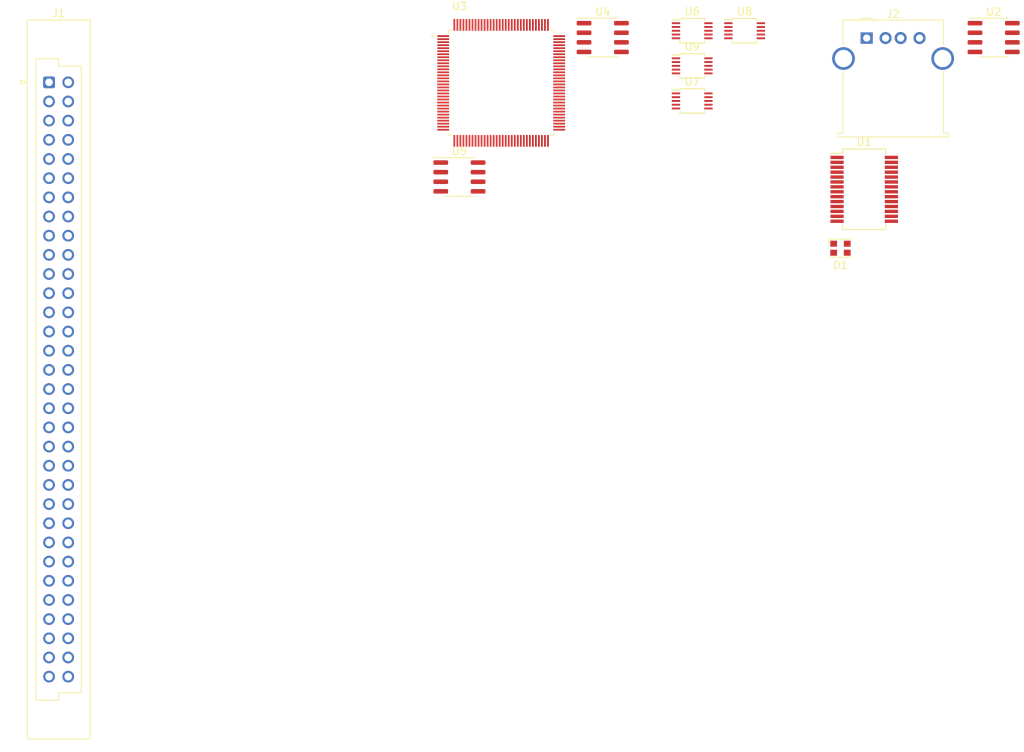
<source format=kicad_pcb>
(kicad_pcb (version 20211014) (generator pcbnew)
  (layers (0 "F.Cu" signal) (31 "B.Cu" signal) (34 "B.Paste" user) (35 "F.Paste" user) (36 "B.SilkS" user "B.Silkscreen") (37 "F.SilkS" user "F.Silkscreen") (38 "B.Mask" user) (39 "F.Mask" user) (44 "Edge.Cuts" user))
  (net 0 "")
  (net 1 "Net-(D1-Pad1)")
  (net 2 "Net-(D1-Pad2)")
  (net 3 "Net-(D1-Pad3)")
  (net 4 "Net-(D1-Pad4)")
  (net 69 "Net-(C1-Pad1)")
  (net 70 "Net-(J2-Pad2)")
  (net 71 "Net-(J2-Pad3)")
  (net 72 "GND1")
  (net 74 "Net-(U1-Pad1)")
  (net 77 "VBUS")
  (net 78 "Net-(U1-Pad5)")
  (net 86 "Net-(C4-Pad1)")
  (net 91 "+3V3")
  (net 92 "/USB/USB_TX")
  (net 93 "/USB/USB_RX")
  (net 94 "GND")
  (net 95 "/MCU/AO_1")
  (net 96 "/MCU/AO_2")
  (net 97 "/MCU/AO_3")
  (net 98 "/MCU/AI2_3")
  (net 99 "/MCU/DI_4")
  (net 100 "/MCU/DI_5")
  (net 101 "/MCU/AI1_4")
  (net 102 "/MCU/AI1_3")
  (net 103 "/MCU/AI2_1")
  (net 104 "Net-(U3-Pad43)")
  (net 105 "/MCU/DO_11")
  (net 106 "/MCU/DO_12")
  (net 107 "/MCU/DO_13")
  (net 108 "/MCU/DO_14")
  (net 109 "/MCU/DO_15")
  (net 111 "/MCU/AI5_3")
  (net 113 "/MCU/AI5_6")
  (net 114 "/MCU/AI5_7")
  (net 115 "/MCU/SPI4_SCK")
  (net 117 "/MCU/AI4_1")
  (net 118 "/MCU/AI4_2")
  (net 120 "/MCU/DO_6")
  (net 121 "/MCU/JTCK")
  (net 122 "/MCU/JTDI")
  (net 123 "/MCU/DI_10")
  (net 124 "/MCU/DI_11")
  (net 125 "/MCU/DI_12")
  (net 128 "/MCU/I2C3_SCL")
  (net 129 "/MCU/I2C3_SDA")
  (net 131 "/MCU/CAN1_RX")
  (net 132 "/MCU/CAN1_TX")
  (net 134 "/MCU/TIM2_1")
  (net 135 "/MCU/TIM2_2")
  (net 137 "/MCU/TIM2_4")
  (net 138 "/MCU/TIM2_3")
  (net 139 "/MCU/JTDO")
  (net 140 "/MCU/JTRST")
  (net 143 "/MCU/I2C1_SDA")
  (net 144 "/MCU/I2C1_SCL")
  (net 146 "/MCU/USART1_TX")
  (net 147 "/MCU/USART1_RX")
  (net 151 "/MCU/SPI4_CIPO")
  (net 152 "/MCU/SPI4_COPI")
  (net 154 "/MCU/DI_13")
  (net 155 "/MCU/DI_14")
  (net 156 "/MCU/DI_15")
  (net 157 "/MCU/DO_3")
  (net 158 "/MCU/DO_4")
  (net 159 "/MCU/DO_5")
  (net 160 "/MCU/DO_7")
  (net 161 "/MCU/DO_8")
  (net 162 "/MCU/DO_9")
  (net 163 "/MCU/DO_10")
  (net 164 "/MCU/DO_0")
  (net 165 "/MCU/DO_1")
  (net 167 "/MCU/DI_0")
  (net 168 "/MCU/DI_1")
  (net 169 "/MCU/DI_2")
  (net 170 "/MCU/DI_3")
  (net 171 "/MCU/DO_2")
  (net 172 "/MCU/AI1_1")
  (net 173 "/MCU/AI2_4")
  (net 174 "/MCU/USART2_TX")
  (net 175 "/MCU/USART2_RX")
  (net 176 "/MCU/AI5_8")
  (net 177 "/MCU/AI1_2")
  (net 178 "/MCU/SPI2_SCK")
  (net 180 "/MCU/AI2_2")
  (net 181 "/MCU/AI4_5")
  (net 182 "/MCU/AI4_6")
  (net 183 "/MCU/AI5_4")
  (net 184 "/MCU/AI5_5")
  (net 185 "/MCU/AI5_9")
  (net 186 "/MCU/AI4_3")
  (net 187 "/MCU/AI4_4")
  (net 189 "/MCU/DI_6")
  (net 190 "/MCU/DI_7")
  (net 193 "/MCU/SPI1_SCK")
  (net 194 "/MCU/SPI1_CIPO")
  (net 195 "/MCU/SPI1_COPI")
  (net 196 "/MCU/DI_8")
  (net 197 "/MCU/DI_9")
  (net 198 "/MCU/AI5_1")
  (net 199 "/MCU/AI5_2")
  (net 200 "/MCU/SPI2_CIPO")
  (net 201 "/MCU/SPI2_COPI")
  (net 203 "/MCU/JTMS")
  (footprint "Package_SO:SOIC-8_3.9x4.9mm_P1.27mm" (layer "F.Cu") (at 223.5 58.45)
    (fp_text reference "U2" (at 0 -3.4) (layer "F.SilkS"))
    (fp_text value "ADuM121N")
    (fp_line (start 0 2.56) (end 1.95 2.56) (layer "F.SilkS") (width 0.12))
    (fp_line (start 0 -2.56) (end -3.45 -2.56) (layer "F.SilkS") (width 0.12))
    (fp_line (start 0 2.56) (end -1.95 2.56) (layer "F.SilkS") (width 0.12))
    (fp_line (start 0 -2.56) (end 1.95 -2.56) (layer "F.SilkS") (width 0.12))
    (pad "1" smd roundrect (at -2.475 -1.905) (size 1.95 0.6) (layers "F.Cu" "F.Paste" "F.Mask") (net 91 "+3V3"))
    (pad "2" smd roundrect (at -2.475 -0.635) (size 1.95 0.6) (layers "F.Cu" "F.Paste" "F.Mask") (net 92 "/USB/USB_TX"))
    (pad "3" smd roundrect (at -2.475 0.635) (size 1.95 0.6) (layers "F.Cu" "F.Paste" "F.Mask") (net 93 "/USB/USB_RX"))
    (pad "4" smd roundrect (at -2.475 1.905) (size 1.95 0.6) (layers "F.Cu" "F.Paste" "F.Mask") (net 94 "GND"))
    (pad "5" smd roundrect (at 2.475 1.905) (size 1.95 0.6) (layers "F.Cu" "F.Paste" "F.Mask") (net 72 "GND1"))
    (pad "6" smd roundrect (at 2.475 0.635) (size 1.95 0.6) (layers "F.Cu" "F.Paste" "F.Mask") (net 78 "Net-(U1-Pad5)"))
    (pad "7" smd roundrect (at 2.475 -0.635) (size 1.95 0.6) (layers "F.Cu" "F.Paste" "F.Mask") (net 74 "Net-(U1-Pad1)"))
    (pad "8" smd roundrect (at 2.475 -1.905) (size 1.95 0.6) (layers "F.Cu" "F.Paste" "F.Mask") (net 77 "VBUS"))
  )
  (footprint "LED_SMD:LED_ASMB-KTF0-0A306" (layer "F.Cu") (at 203.2 86.36)
    (fp_text reference "D1" (at 0 2.25) (layer "F.SilkS"))
    (fp_text value "LED_Dual_AKKA")
    (fp_line (start -1.45 1.2) (end 1.45 1.2) (layer "F.SilkS") (width 0.12))
    (fp_line (start -1.55 -1.2) (end -1.55 -0.54) (layer "F.SilkS") (width 0.12))
    (fp_line (start -1.55 -1.2) (end 1.43 -1.2) (layer "F.SilkS") (width 0.12))
    (pad "1" smd rect (at -0.9 -0.6) (size 0.9 0.8) (layers "F.Cu" "F.Paste" "F.Mask") (net 1 "Net-(D1-Pad1)"))
    (pad "2" smd rect (at -0.9 0.6) (size 0.9 0.8) (layers "F.Cu" "F.Paste" "F.Mask") (net 2 "Net-(D1-Pad2)"))
    (pad "3" smd rect (at 0.9 0.6) (size 0.9 0.8) (layers "F.Cu" "F.Paste" "F.Mask") (net 3 "Net-(D1-Pad3)"))
    (pad "4" smd rect (at 0.9 -0.6) (size 0.9 0.8) (layers "F.Cu" "F.Paste" "F.Mask") (net 4 "Net-(D1-Pad4)"))
  )
  (footprint "Package_SO:SSOP-28_5.3x10.2mm_P0.65mm" (layer "F.Cu") (at 206.35 78.56)
    (fp_text reference "U1" (at 0 -6.25) (layer "F.SilkS"))
    (fp_text value "FT232RL")
    (fp_line (start -2.875 -4.75) (end -4.475 -4.75) (layer "F.SilkS") (width 0.15))
    (fp_line (start -2.875 5.325) (end 2.875 5.325) (layer "F.SilkS") (width 0.15))
    (fp_line (start 2.875 5.325) (end 2.875 4.675) (layer "F.SilkS") (width 0.15))
    (fp_line (start 2.875 -5.325) (end 2.875 -4.675) (layer "F.SilkS") (width 0.15))
    (fp_line (start -2.875 -5.325) (end 2.875 -5.325) (layer "F.SilkS") (width 0.15))
    (fp_line (start -2.875 -5.325) (end -2.875 -4.75) (layer "F.SilkS") (width 0.15))
    (fp_line (start -2.875 5.325) (end -2.875 4.675) (layer "F.SilkS") (width 0.15))
    (pad "1" smd rect (at -3.6 -4.225) (size 1.75 0.45) (layers "F.Cu" "F.Paste" "F.Mask") (net 74 "Net-(U1-Pad1)"))
    (pad "2" smd rect (at -3.6 -3.575) (size 1.75 0.45) (layers "F.Cu" "F.Paste" "F.Mask"))
    (pad "3" smd rect (at -3.6 -2.925) (size 1.75 0.45) (layers "F.Cu" "F.Paste" "F.Mask"))
    (pad "4" smd rect (at -3.6 -2.275) (size 1.75 0.45) (layers "F.Cu" "F.Paste" "F.Mask") (net 77 "VBUS"))
    (pad "5" smd rect (at -3.6 -1.625) (size 1.75 0.45) (layers "F.Cu" "F.Paste" "F.Mask") (net 78 "Net-(U1-Pad5)"))
    (pad "6" smd rect (at -3.6 -0.975) (size 1.75 0.45) (layers "F.Cu" "F.Paste" "F.Mask"))
    (pad "7" smd rect (at -3.6 -0.325) (size 1.75 0.45) (layers "F.Cu" "F.Paste" "F.Mask") (net 72 "GND1"))
    (pad "8" smd rect (at -3.6 0.325) (size 1.75 0.45) (layers "F.Cu" "F.Paste" "F.Mask"))
    (pad "9" smd rect (at -3.6 0.975) (size 1.75 0.45) (layers "F.Cu" "F.Paste" "F.Mask"))
    (pad "10" smd rect (at -3.6 1.625) (size 1.75 0.45) (layers "F.Cu" "F.Paste" "F.Mask"))
    (pad "11" smd rect (at -3.6 2.275) (size 1.75 0.45) (layers "F.Cu" "F.Paste" "F.Mask"))
    (pad "12" smd rect (at -3.6 2.925) (size 1.75 0.45) (layers "F.Cu" "F.Paste" "F.Mask"))
    (pad "13" smd rect (at -3.6 3.575) (size 1.75 0.45) (layers "F.Cu" "F.Paste" "F.Mask"))
    (pad "14" smd rect (at -3.6 4.225) (size 1.75 0.45) (layers "F.Cu" "F.Paste" "F.Mask"))
    (pad "15" smd rect (at 3.6 4.225) (size 1.75 0.45) (layers "F.Cu" "F.Paste" "F.Mask") (net 71 "Net-(J2-Pad3)"))
    (pad "16" smd rect (at 3.6 3.575) (size 1.75 0.45) (layers "F.Cu" "F.Paste" "F.Mask") (net 70 "Net-(J2-Pad2)"))
    (pad "17" smd rect (at 3.6 2.925) (size 1.75 0.45) (layers "F.Cu" "F.Paste" "F.Mask") (net 86 "Net-(C4-Pad1)"))
    (pad "18" smd rect (at 3.6 2.275) (size 1.75 0.45) (layers "F.Cu" "F.Paste" "F.Mask") (net 72 "GND1"))
    (pad "19" smd rect (at 3.6 1.625) (size 1.75 0.45) (layers "F.Cu" "F.Paste" "F.Mask"))
    (pad "20" smd rect (at 3.6 0.975) (size 1.75 0.45) (layers "F.Cu" "F.Paste" "F.Mask") (net 77 "VBUS"))
    (pad "21" smd rect (at 3.6 0.325) (size 1.75 0.45) (layers "F.Cu" "F.Paste" "F.Mask") (net 72 "GND1"))
    (pad "22" smd rect (at 3.6 -0.325) (size 1.75 0.45) (layers "F.Cu" "F.Paste" "F.Mask") (net 2 "Net-(D1-Pad2)"))
    (pad "23" smd rect (at 3.6 -0.975) (size 1.75 0.45) (layers "F.Cu" "F.Paste" "F.Mask") (net 3 "Net-(D1-Pad3)"))
    (pad "24" smd rect (at 3.6 -1.625) (size 1.75 0.45) (layers "F.Cu" "F.Paste" "F.Mask"))
    (pad "25" smd rect (at 3.6 -2.275) (size 1.75 0.45) (layers "F.Cu" "F.Paste" "F.Mask") (net 72 "GND1"))
    (pad "26" smd rect (at 3.6 -2.925) (size 1.75 0.45) (layers "F.Cu" "F.Paste" "F.Mask"))
    (pad "27" smd rect (at 3.6 -3.575) (size 1.75 0.45) (layers "F.Cu" "F.Paste" "F.Mask"))
    (pad "28" smd rect (at 3.6 -4.225) (size 1.75 0.45) (layers "F.Cu" "F.Paste" "F.Mask"))
  )
  (footprint "Package_SO:TSSOP-10_3x3mm_P0.5mm" (layer "F.Cu") (at 183.56 66.85)
    (fp_text reference "U7" (at 0 -2.55) (layer "F.SilkS"))
    (fp_text value "PGA113")
    (fp_line (start 1.625 1.625) (end 1.625 1.35) (layer "F.SilkS") (width 0.15))
    (fp_line (start -1.625 -1.45) (end -2.7 -1.45) (layer "F.SilkS") (width 0.15))
    (fp_line (start -1.625 1.625) (end -1.625 1.35) (layer "F.SilkS") (width 0.15))
    (fp_line (start -1.625 -1.625) (end 1.625 -1.625) (layer "F.SilkS") (width 0.15))
    (fp_line (start -1.625 -1.625) (end -1.625 -1.45) (layer "F.SilkS") (width 0.15))
    (fp_line (start 1.625 -1.625) (end 1.625 -1.35) (layer "F.SilkS") (width 0.15))
    (fp_line (start -1.625 1.625) (end 1.625 1.625) (layer "F.SilkS") (width 0.15))
    (pad "1" smd rect (at -2.15 -1) (size 1.1 0.25) (layers "F.Cu" "F.Paste" "F.Mask"))
    (pad "2" smd rect (at -2.15 -0.5) (size 1.1 0.25) (layers "F.Cu" "F.Paste" "F.Mask"))
    (pad "3" smd rect (at -2.15 0) (size 1.1 0.25) (layers "F.Cu" "F.Paste" "F.Mask"))
    (pad "4" smd rect (at -2.15 0.5) (size 1.1 0.25) (layers "F.Cu" "F.Paste" "F.Mask"))
    (pad "5" smd rect (at -2.15 1) (size 1.1 0.25) (layers "F.Cu" "F.Paste" "F.Mask"))
    (pad "6" smd rect (at 2.15 1) (size 1.1 0.25) (layers "F.Cu" "F.Paste" "F.Mask"))
    (pad "7" smd rect (at 2.15 0.5) (size 1.1 0.25) (layers "F.Cu" "F.Paste" "F.Mask"))
    (pad "8" smd rect (at 2.15 0) (size 1.1 0.25) (layers "F.Cu" "F.Paste" "F.Mask"))
    (pad "9" smd rect (at 2.15 -0.5) (size 1.1 0.25) (layers "F.Cu" "F.Paste" "F.Mask"))
    (pad "10" smd rect (at 2.15 -1) (size 1.1 0.25) (layers "F.Cu" "F.Paste" "F.Mask"))
  )
  (footprint "Package_SO:TSSOP-10_3x3mm_P0.5mm" (layer "F.Cu") (at 183.56 57.55)
    (fp_text reference "U6" (at 0 -2.55) (layer "F.SilkS"))
    (fp_text value "PGA113")
    (fp_line (start -1.625 -1.45) (end -2.7 -1.45) (layer "F.SilkS") (width 0.15))
    (fp_line (start -1.625 1.625) (end 1.625 1.625) (layer "F.SilkS") (width 0.15))
    (fp_line (start -1.625 1.625) (end -1.625 1.35) (layer "F.SilkS") (width 0.15))
    (fp_line (start -1.625 -1.625) (end 1.625 -1.625) (layer "F.SilkS") (width 0.15))
    (fp_line (start 1.625 1.625) (end 1.625 1.35) (layer "F.SilkS") (width 0.15))
    (fp_line (start -1.625 -1.625) (end -1.625 -1.45) (layer "F.SilkS") (width 0.15))
    (fp_line (start 1.625 -1.625) (end 1.625 -1.35) (layer "F.SilkS") (width 0.15))
    (pad "1" smd rect (at -2.15 -1) (size 1.1 0.25) (layers "F.Cu" "F.Paste" "F.Mask"))
    (pad "2" smd rect (at -2.15 -0.5) (size 1.1 0.25) (layers "F.Cu" "F.Paste" "F.Mask"))
    (pad "3" smd rect (at -2.15 0) (size 1.1 0.25) (layers "F.Cu" "F.Paste" "F.Mask"))
    (pad "4" smd rect (at -2.15 0.5) (size 1.1 0.25) (layers "F.Cu" "F.Paste" "F.Mask"))
    (pad "5" smd rect (at -2.15 1) (size 1.1 0.25) (layers "F.Cu" "F.Paste" "F.Mask"))
    (pad "6" smd rect (at 2.15 1) (size 1.1 0.25) (layers "F.Cu" "F.Paste" "F.Mask"))
    (pad "7" smd rect (at 2.15 0.5) (size 1.1 0.25) (layers "F.Cu" "F.Paste" "F.Mask"))
    (pad "8" smd rect (at 2.15 0) (size 1.1 0.25) (layers "F.Cu" "F.Paste" "F.Mask"))
    (pad "9" smd rect (at 2.15 -0.5) (size 1.1 0.25) (layers "F.Cu" "F.Paste" "F.Mask"))
    (pad "10" smd rect (at 2.15 -1) (size 1.1 0.25) (layers "F.Cu" "F.Paste" "F.Mask"))
  )
  (footprint "SnapEDA Library:QFP40P1600X1600X160-128N" (layer "F.Cu") (at 158.254 64.46)
    (fp_text reference "U3" (at -5.535 -10.135) (layer "F.SilkS"))
    (fp_text value "STM32G473QET6")
    (fp_line (start 7 7) (end 7 6.64) (layer "F.SilkS") (width 0.127))
    (fp_line (start -7 -7) (end -6.64 -7) (layer "F.SilkS") (width 0.127))
    (fp_line (start -7 7) (end -6.64 7) (layer "F.SilkS") (width 0.127))
    (fp_line (start 7 -7) (end 7 -6.64) (layer "F.SilkS") (width 0.127))
    (fp_line (start -7 -7) (end -7 -6.64) (layer "F.SilkS") (width 0.127))
    (fp_line (start 7 7) (end 6.64 7) (layer "F.SilkS") (width 0.127))
    (fp_line (start 7 -7) (end 6.64 -7) (layer "F.SilkS") (width 0.127))
    (fp_line (start -7 7) (end -7 6.64) (layer "F.SilkS") (width 0.127))
    (fp_circle (center -9.059 -6.2) (end -8.959 -6.2) (layer "F.SilkS") (width 0.2) (fill none))
    (pad "1" smd roundrect locked (at -7.68 -6.2) (size 1.56 0.24) (layers "F.Cu" "F.Paste" "F.Mask") (roundrect_rratio 0.03))
    (pad "2" smd roundrect locked (at -7.68 -5.8) (size 1.56 0.24) (layers "F.Cu" "F.Paste" "F.Mask") (roundrect_rratio 0.03))
    (pad "3" smd roundrect locked (at -7.68 -5.4) (size 1.56 0.24) (layers "F.Cu" "F.Paste" "F.Mask") (roundrect_rratio 0.03))
    (pad "4" smd roundrect locked (at -7.68 -5) (size 1.56 0.24) (layers "F.Cu" "F.Paste" "F.Mask") (roundrect_rratio 0.03) (net 151 "/MCU/SPI4_CIPO"))
    (pad "5" smd roundrect locked (at -7.68 -4.6) (size 1.56 0.24) (layers "F.Cu" "F.Paste" "F.Mask") (roundrect_rratio 0.03) (net 152 "/MCU/SPI4_COPI"))
    (pad "6" smd roundrect locked (at -7.68 -4.2) (size 1.56 0.24) (layers "F.Cu" "F.Paste" "F.Mask") (roundrect_rratio 0.03))
    (pad "7" smd roundrect locked (at -7.68 -3.8) (size 1.56 0.24) (layers "F.Cu" "F.Paste" "F.Mask") (roundrect_rratio 0.03) (net 154 "/MCU/DI_13"))
    (pad "8" smd roundrect locked (at -7.68 -3.4) (size 1.56 0.24) (layers "F.Cu" "F.Paste" "F.Mask") (roundrect_rratio 0.03) (net 155 "/MCU/DI_14"))
    (pad "9" smd roundrect locked (at -7.68 -3) (size 1.56 0.24) (layers "F.Cu" "F.Paste" "F.Mask") (roundrect_rratio 0.03) (net 156 "/MCU/DI_15"))
    (pad "10" smd roundrect locked (at -7.68 -2.6) (size 1.56 0.24) (layers "F.Cu" "F.Paste" "F.Mask") (roundrect_rratio 0.03) (net 157 "/MCU/DO_3"))
    (pad "11" smd roundrect locked (at -7.68 -2.2) (size 1.56 0.24) (layers "F.Cu" "F.Paste" "F.Mask") (roundrect_rratio 0.03) (net 158 "/MCU/DO_4"))
    (pad "12" smd roundrect locked (at -7.68 -1.8) (size 1.56 0.24) (layers "F.Cu" "F.Paste" "F.Mask") (roundrect_rratio 0.03) (net 94 "GND"))
    (pad "13" smd roundrect locked (at -7.68 -1.4) (size 1.56 0.24) (layers "F.Cu" "F.Paste" "F.Mask") (roundrect_rratio 0.03) (net 91 "+3V3"))
    (pad "14" smd roundrect locked (at -7.68 -1) (size 1.56 0.24) (layers "F.Cu" "F.Paste" "F.Mask") (roundrect_rratio 0.03) (net 159 "/MCU/DO_5"))
    (pad "15" smd roundrect locked (at -7.68 -0.6) (size 1.56 0.24) (layers "F.Cu" "F.Paste" "F.Mask") (roundrect_rratio 0.03) (net 160 "/MCU/DO_7"))
    (pad "16" smd roundrect locked (at -7.68 -0.2) (size 1.56 0.24) (layers "F.Cu" "F.Paste" "F.Mask") (roundrect_rratio 0.03) (net 161 "/MCU/DO_8"))
    (pad "17" smd roundrect locked (at -7.68 0.2) (size 1.56 0.24) (layers "F.Cu" "F.Paste" "F.Mask") (roundrect_rratio 0.03) (net 162 "/MCU/DO_9"))
    (pad "18" smd roundrect locked (at -7.68 0.6) (size 1.56 0.24) (layers "F.Cu" "F.Paste" "F.Mask") (roundrect_rratio 0.03) (net 163 "/MCU/DO_10"))
    (pad "19" smd roundrect locked (at -7.68 1) (size 1.56 0.24) (layers "F.Cu" "F.Paste" "F.Mask") (roundrect_rratio 0.03) (net 164 "/MCU/DO_0"))
    (pad "20" smd roundrect locked (at -7.68 1.4) (size 1.56 0.24) (layers "F.Cu" "F.Paste" "F.Mask") (roundrect_rratio 0.03) (net 165 "/MCU/DO_1"))
    (pad "21" smd roundrect locked (at -7.68 1.8) (size 1.56 0.24) (layers "F.Cu" "F.Paste" "F.Mask") (roundrect_rratio 0.03))
    (pad "22" smd roundrect locked (at -7.68 2.2) (size 1.56 0.24) (layers "F.Cu" "F.Paste" "F.Mask") (roundrect_rratio 0.03) (net 167 "/MCU/DI_0"))
    (pad "23" smd roundrect locked (at -7.68 2.6) (size 1.56 0.24) (layers "F.Cu" "F.Paste" "F.Mask") (roundrect_rratio 0.03) (net 168 "/MCU/DI_1"))
    (pad "24" smd roundrect locked (at -7.68 3) (size 1.56 0.24) (layers "F.Cu" "F.Paste" "F.Mask") (roundrect_rratio 0.03) (net 169 "/MCU/DI_2"))
    (pad "25" smd roundrect locked (at -7.68 3.4) (size 1.56 0.24) (layers "F.Cu" "F.Paste" "F.Mask") (roundrect_rratio 0.03) (net 170 "/MCU/DI_3"))
    (pad "26" smd roundrect locked (at -7.68 3.8) (size 1.56 0.24) (layers "F.Cu" "F.Paste" "F.Mask") (roundrect_rratio 0.03) (net 171 "/MCU/DO_2"))
    (pad "27" smd roundrect locked (at -7.68 4.2) (size 1.56 0.24) (layers "F.Cu" "F.Paste" "F.Mask") (roundrect_rratio 0.03) (net 172 "/MCU/AI1_1"))
    (pad "28" smd roundrect locked (at -7.68 4.6) (size 1.56 0.24) (layers "F.Cu" "F.Paste" "F.Mask") (roundrect_rratio 0.03) (net 173 "/MCU/AI2_4"))
    (pad "29" smd roundrect locked (at -7.68 5) (size 1.56 0.24) (layers "F.Cu" "F.Paste" "F.Mask") (roundrect_rratio 0.03) (net 174 "/MCU/USART2_TX"))
    (pad "30" smd roundrect locked (at -7.68 5.4) (size 1.56 0.24) (layers "F.Cu" "F.Paste" "F.Mask") (roundrect_rratio 0.03) (net 94 "GND"))
    (pad "31" smd roundrect locked (at -7.68 5.8) (size 1.56 0.24) (layers "F.Cu" "F.Paste" "F.Mask") (roundrect_rratio 0.03) (net 91 "+3V3"))
    (pad "32" smd roundrect locked (at -7.68 6.2) (size 1.56 0.24) (layers "F.Cu" "F.Paste" "F.Mask") (roundrect_rratio 0.03) (net 175 "/MCU/USART2_RX"))
    (pad "33" smd roundrect locked (at -6.2 7.68) (size 0.24 1.56) (layers "F.Cu" "F.Paste" "F.Mask") (roundrect_rratio 0.2) (net 95 "/MCU/AO_1"))
    (pad "34" smd roundrect locked (at -5.8 7.68) (size 0.24 1.56) (layers "F.Cu" "F.Paste" "F.Mask") (roundrect_rratio 0.2) (net 96 "/MCU/AO_2"))
    (pad "35" smd roundrect locked (at -5.4 7.68) (size 0.24 1.56) (layers "F.Cu" "F.Paste" "F.Mask") (roundrect_rratio 0.2) (net 97 "/MCU/AO_3"))
    (pad "36" smd roundrect locked (at -5 7.68) (size 0.24 1.56) (layers "F.Cu" "F.Paste" "F.Mask") (roundrect_rratio 0.2) (net 98 "/MCU/AI2_3"))
    (pad "37" smd roundrect locked (at -4.6 7.68) (size 0.24 1.56) (layers "F.Cu" "F.Paste" "F.Mask") (roundrect_rratio 0.2) (net 99 "/MCU/DI_4"))
    (pad "38" smd roundrect locked (at -4.2 7.68) (size 0.24 1.56) (layers "F.Cu" "F.Paste" "F.Mask") (roundrect_rratio 0.2) (net 100 "/MCU/DI_5"))
    (pad "39" smd roundrect locked (at -3.8 7.68) (size 0.24 1.56) (layers "F.Cu" "F.Paste" "F.Mask") (roundrect_rratio 0.2) (net 101 "/MCU/AI1_4"))
    (pad "40" smd roundrect locked (at -3.4 7.68) (size 0.24 1.56) (layers "F.Cu" "F.Paste" "F.Mask") (roundrect_rratio 0.2) (net 102 "/MCU/AI1_3"))
    (pad "41" smd roundrect locked (at -3 7.68) (size 0.24 1.56) (layers "F.Cu" "F.Paste" "F.Mask") (roundrect_rratio 0.2) (net 103 "/MCU/AI2_1"))
    (pad "42" smd roundrect locked (at -2.6 7.68) (size 0.24 1.56) (layers "F.Cu" "F.Paste" "F.Mask") (roundrect_rratio 0.2) (net 94 "GND"))
    (pad "43" smd roundrect locked (at -2.2 7.68) (size 0.24 1.56) (layers "F.Cu" "F.Paste" "F.Mask") (roundrect_rratio 0.2) (net 104 "Net-(U3-Pad43)"))
    (pad "44" smd roundrect locked (at -1.8 7.68) (size 0.24 1.56) (layers "F.Cu" "F.Paste" "F.Mask") (roundrect_rratio 0.2) (net 104 "Net-(U3-Pad43)"))
    (pad "45" smd roundrect locked (at -1.4 7.68) (size 0.24 1.56) (layers "F.Cu" "F.Paste" "F.Mask") (roundrect_rratio 0.2) (net 91 "+3V3"))
    (pad "46" smd roundrect locked (at -1 7.68) (size 0.24 1.56) (layers "F.Cu" "F.Paste" "F.Mask") (roundrect_rratio 0.2) (net 94 "GND"))
    (pad "47" smd roundrect locked (at -0.6 7.68) (size 0.24 1.56) (layers "F.Cu" "F.Paste" "F.Mask") (roundrect_rratio 0.2) (net 91 "+3V3"))
    (pad "48" smd roundrect locked (at -0.2 7.68) (size 0.24 1.56) (layers "F.Cu" "F.Paste" "F.Mask") (roundrect_rratio 0.2) (net 105 "/MCU/DO_11"))
    (pad "49" smd roundrect locked (at 0.2 7.68) (size 0.24 1.56) (layers "F.Cu" "F.Paste" "F.Mask") (roundrect_rratio 0.2) (net 106 "/MCU/DO_12"))
    (pad "50" smd roundrect locked (at 0.6 7.68) (size 0.24 1.56) (layers "F.Cu" "F.Paste" "F.Mask") (roundrect_rratio 0.2) (net 107 "/MCU/DO_13"))
    (pad "51" smd roundrect locked (at 1 7.68) (size 0.24 1.56) (layers "F.Cu" "F.Paste" "F.Mask") (roundrect_rratio 0.2) (net 108 "/MCU/DO_14"))
    (pad "52" smd roundrect locked (at 1.4 7.68) (size 0.24 1.56) (layers "F.Cu" "F.Paste" "F.Mask") (roundrect_rratio 0.2) (net 109 "/MCU/DO_15"))
    (pad "53" smd roundrect locked (at 1.8 7.68) (size 0.24 1.56) (layers "F.Cu" "F.Paste" "F.Mask") (roundrect_rratio 0.2))
    (pad "54" smd roundrect locked (at 2.2 7.68) (size 0.24 1.56) (layers "F.Cu" "F.Paste" "F.Mask") (roundrect_rratio 0.2) (net 111 "/MCU/AI5_3"))
    (pad "55" smd roundrect locked (at 2.6 7.68) (size 0.24 1.56) (layers "F.Cu" "F.Paste" "F.Mask") (roundrect_rratio 0.2))
    (pad "56" smd roundrect locked (at 3 7.68) (size 0.24 1.56) (layers "F.Cu" "F.Paste" "F.Mask") (roundrect_rratio 0.2) (net 113 "/MCU/AI5_6"))
    (pad "57" smd roundrect locked (at 3.4 7.68) (size 0.24 1.56) (layers "F.Cu" "F.Paste" "F.Mask") (roundrect_rratio 0.2) (net 114 "/MCU/AI5_7"))
    (pad "58" smd roundrect locked (at 3.8 7.68) (size 0.24 1.56) (layers "F.Cu" "F.Paste" "F.Mask") (roundrect_rratio 0.2) (net 115 "/MCU/SPI4_SCK"))
    (pad "59" smd roundrect locked (at 4.2 7.68) (size 0.24 1.56) (layers "F.Cu" "F.Paste" "F.Mask") (roundrect_rratio 0.2))
    (pad "60" smd roundrect locked (at 4.6 7.68) (size 0.24 1.56) (layers "F.Cu" "F.Paste" "F.Mask") (roundrect_rratio 0.2) (net 117 "/MCU/AI4_1"))
    (pad "61" smd roundrect locked (at 5 7.68) (size 0.24 1.56) (layers "F.Cu" "F.Paste" "F.Mask") (roundrect_rratio 0.2) (net 118 "/MCU/AI4_2"))
    (pad "62" smd roundrect locked (at 5.4 7.68) (size 0.24 1.56) (layers "F.Cu" "F.Paste" "F.Mask") (roundrect_rratio 0.2))
    (pad "63" smd roundrect locked (at 5.8 7.68) (size 0.24 1.56) (layers "F.Cu" "F.Paste" "F.Mask") (roundrect_rratio 0.2) (net 94 "GND"))
    (pad "64" smd roundrect locked (at 6.2 7.68) (size 0.24 1.56) (layers "F.Cu" "F.Paste" "F.Mask") (roundrect_rratio 0.2) (net 91 "+3V3"))
    (pad "65" smd roundrect locked (at 7.68 6.2) (size 1.56 0.24) (layers "F.Cu" "F.Paste" "F.Mask") (roundrect_rratio 0.03) (net 176 "/MCU/AI5_8"))
    (pad "66" smd roundrect locked (at 7.68 5.8) (size 1.56 0.24) (layers "F.Cu" "F.Paste" "F.Mask") (roundrect_rratio 0.03) (net 177 "/MCU/AI1_2"))
    (pad "67" smd roundrect locked (at 7.68 5.4) (size 1.56 0.24) (layers "F.Cu" "F.Paste" "F.Mask") (roundrect_rratio 0.03) (net 178 "/MCU/SPI2_SCK"))
    (pad "68" smd roundrect locked (at 7.68 5) (size 1.56 0.24) (layers "F.Cu" "F.Paste" "F.Mask") (roundrect_rratio 0.03))
    (pad "69" smd roundrect locked (at 7.68 4.6) (size 1.56 0.24) (layers "F.Cu" "F.Paste" "F.Mask") (roundrect_rratio 0.03) (net 180 "/MCU/AI2_2"))
    (pad "70" smd roundrect locked (at 7.68 4.2) (size 1.56 0.24) (layers "F.Cu" "F.Paste" "F.Mask") (roundrect_rratio 0.03) (net 181 "/MCU/AI4_5"))
    (pad "71" smd roundrect locked (at 7.68 3.8) (size 1.56 0.24) (layers "F.Cu" "F.Paste" "F.Mask") (roundrect_rratio 0.03) (net 182 "/MCU/AI4_6"))
    (pad "72" smd roundrect locked (at 7.68 3.4) (size 1.56 0.24) (layers "F.Cu" "F.Paste" "F.Mask") (roundrect_rratio 0.03) (net 183 "/MCU/AI5_4"))
    (pad "73" smd roundrect locked (at 7.68 3) (size 1.56 0.24) (layers "F.Cu" "F.Paste" "F.Mask") (roundrect_rratio 0.03) (net 184 "/MCU/AI5_5"))
    (pad "74" smd roundrect locked (at 7.68 2.6) (size 1.56 0.24) (layers "F.Cu" "F.Paste" "F.Mask") (roundrect_rratio 0.03) (net 185 "/MCU/AI5_9"))
    (pad "75" smd roundrect locked (at 7.68 2.2) (size 1.56 0.24) (layers "F.Cu" "F.Paste" "F.Mask") (roundrect_rratio 0.03) (net 186 "/MCU/AI4_3"))
    (pad "76" smd roundrect locked (at 7.68 1.8) (size 1.56 0.24) (layers "F.Cu" "F.Paste" "F.Mask") (roundrect_rratio 0.03) (net 187 "/MCU/AI4_4"))
    (pad "77" smd roundrect locked (at 7.68 1.4) (size 1.56 0.24) (layers "F.Cu" "F.Paste" "F.Mask") (roundrect_rratio 0.03))
    (pad "78" smd roundrect locked (at 7.68 1) (size 1.56 0.24) (layers "F.Cu" "F.Paste" "F.Mask") (roundrect_rratio 0.03) (net 94 "GND"))
    (pad "79" smd roundrect locked (at 7.68 0.6) (size 1.56 0.24) (layers "F.Cu" "F.Paste" "F.Mask") (roundrect_rratio 0.03) (net 91 "+3V3"))
    (pad "80" smd roundrect locked (at 7.68 0.2) (size 1.56 0.24) (layers "F.Cu" "F.Paste" "F.Mask") (roundrect_rratio 0.03) (net 189 "/MCU/DI_6"))
    (pad "81" smd roundrect locked (at 7.68 -0.2) (size 1.56 0.24) (layers "F.Cu" "F.Paste" "F.Mask") (roundrect_rratio 0.03) (net 190 "/MCU/DI_7"))
    (pad "82" smd roundrect locked (at 7.68 -0.6) (size 1.56 0.24) (layers "F.Cu" "F.Paste" "F.Mask") (roundrect_rratio 0.03))
    (pad "83" smd roundrect locked (at 7.68 -1) (size 1.56 0.24) (layers "F.Cu" "F.Paste" "F.Mask") (roundrect_rratio 0.03))
    (pad "84" smd roundrect locked (at 7.68 -1.4) (size 1.56 0.24) (layers "F.Cu" "F.Paste" "F.Mask") (roundrect_rratio 0.03) (net 193 "/MCU/SPI1_SCK"))
    (pad "85" smd roundrect locked (at 7.68 -1.8) (size 1.56 0.24) (layers "F.Cu" "F.Paste" "F.Mask") (roundrect_rratio 0.03) (net 194 "/MCU/SPI1_CIPO"))
    (pad "86" smd roundrect locked (at 7.68 -2.2) (size 1.56 0.24) (layers "F.Cu" "F.Paste" "F.Mask") (roundrect_rratio 0.03) (net 195 "/MCU/SPI1_COPI"))
    (pad "87" smd roundrect locked (at 7.68 -2.6) (size 1.56 0.24) (layers "F.Cu" "F.Paste" "F.Mask") (roundrect_rratio 0.03) (net 196 "/MCU/DI_8"))
    (pad "88" smd roundrect locked (at 7.68 -3) (size 1.56 0.24) (layers "F.Cu" "F.Paste" "F.Mask") (roundrect_rratio 0.03) (net 197 "/MCU/DI_9"))
    (pad "89" smd roundrect locked (at 7.68 -3.4) (size 1.56 0.24) (layers "F.Cu" "F.Paste" "F.Mask") (roundrect_rratio 0.03) (net 198 "/MCU/AI5_1"))
    (pad "90" smd roundrect locked (at 7.68 -3.8) (size 1.56 0.24) (layers "F.Cu" "F.Paste" "F.Mask") (roundrect_rratio 0.03) (net 199 "/MCU/AI5_2"))
    (pad "91" smd roundrect locked (at 7.68 -4.2) (size 1.56 0.24) (layers "F.Cu" "F.Paste" "F.Mask") (roundrect_rratio 0.03) (net 200 "/MCU/SPI2_CIPO"))
    (pad "92" smd roundrect locked (at 7.68 -4.6) (size 1.56 0.24) (layers "F.Cu" "F.Paste" "F.Mask") (roundrect_rratio 0.03) (net 201 "/MCU/SPI2_COPI"))
    (pad "93" smd roundrect locked (at 7.68 -5) (size 1.56 0.24) (layers "F.Cu" "F.Paste" "F.Mask") (roundrect_rratio 0.03))
    (pad "94" smd roundrect locked (at 7.68 -5.4) (size 1.56 0.24) (layers "F.Cu" "F.Paste" "F.Mask") (roundrect_rratio 0.03) (net 94 "GND"))
    (pad "95" smd roundrect locked (at 7.68 -5.8) (size 1.56 0.24) (layers "F.Cu" "F.Paste" "F.Mask") (roundrect_rratio 0.03) (net 91 "+3V3"))
    (pad "96" smd roundrect locked (at 7.68 -6.2) (size 1.56 0.24) (layers "F.Cu" "F.Paste" "F.Mask") (roundrect_rratio 0.03) (net 203 "/MCU/JTMS"))
    (pad "97" smd roundrect locked (at 6.2 -7.68) (size 0.24 1.56) (layers "F.Cu" "F.Paste" "F.Mask") (roundrect_rratio 0.2) (net 120 "/MCU/DO_6"))
    (pad "98" smd roundrect locked (at 5.8 -7.68) (size 0.24 1.56) (layers "F.Cu" "F.Paste" "F.Mask") (roundrect_rratio 0.2) (net 121 "/MCU/JTCK"))
    (pad "99" smd roundrect locked (at 5.4 -7.68) (size 0.24 1.56) (layers "F.Cu" "F.Paste" "F.Mask") (roundrect_rratio 0.2) (net 122 "/MCU/JTDI"))
    (pad "100" smd roundrect locked (at 5 -7.68) (size 0.24 1.56) (layers "F.Cu" "F.Paste" "F.Mask") (roundrect_rratio 0.2) (net 123 "/MCU/DI_10"))
    (pad "101" smd roundrect locked (at 4.6 -7.68) (size 0.24 1.56) (layers "F.Cu" "F.Paste" "F.Mask") (roundrect_rratio 0.2) (net 124 "/MCU/DI_11"))
    (pad "102" smd roundrect locked (at 4.2 -7.68) (size 0.24 1.56) (layers "F.Cu" "F.Paste" "F.Mask") (roundrect_rratio 0.2) (net 125 "/MCU/DI_12"))
    (pad "103" smd roundrect locked (at 3.8 -7.68) (size 0.24 1.56) (layers "F.Cu" "F.Paste" "F.Mask") (roundrect_rratio 0.2))
    (pad "104" smd roundrect locked (at 3.4 -7.68) (size 0.24 1.56) (layers "F.Cu" "F.Paste" "F.Mask") (roundrect_rratio 0.2))
    (pad "105" smd roundrect locked (at 3 -7.68) (size 0.24 1.56) (layers "F.Cu" "F.Paste" "F.Mask") (roundrect_rratio 0.2) (net 128 "/MCU/I2C3_SCL"))
    (pad "106" smd roundrect locked (at 2.6 -7.68) (size 0.24 1.56) (layers "F.Cu" "F.Paste" "F.Mask") (roundrect_rratio 0.2) (net 129 "/MCU/I2C3_SDA"))
    (pad "107" smd roundrect locked (at 2.2 -7.68) (size 0.24 1.56) (layers "F.Cu" "F.Paste" "F.Mask") (roundrect_rratio 0.2))
    (pad "108" smd roundrect locked (at 1.8 -7.68) (size 0.24 1.56) (layers "F.Cu" "F.Paste" "F.Mask") (roundrect_rratio 0.2) (net 131 "/MCU/CAN1_RX"))
    (pad "109" smd roundrect locked (at 1.4 -7.68) (size 0.24 1.56) (layers "F.Cu" "F.Paste" "F.Mask") (roundrect_rratio 0.2) (net 132 "/MCU/CAN1_TX"))
    (pad "110" smd roundrect locked (at 1 -7.68) (size 0.24 1.56) (layers "F.Cu" "F.Paste" "F.Mask") (roundrect_rratio 0.2) (net 94 "GND"))
    (pad "111" smd roundrect locked (at 0.6 -7.68) (size 0.24 1.56) (layers "F.Cu" "F.Paste" "F.Mask") (roundrect_rratio 0.2) (net 91 "+3V3"))
    (pad "112" smd roundrect locked (at 0.2 -7.68) (size 0.24 1.56) (layers "F.Cu" "F.Paste" "F.Mask") (roundrect_rratio 0.2))
    (pad "113" smd roundrect locked (at -0.2 -7.68) (size 0.24 1.56) (layers "F.Cu" "F.Paste" "F.Mask") (roundrect_rratio 0.2) (net 134 "/MCU/TIM2_1"))
    (pad "114" smd roundrect locked (at -0.6 -7.68) (size 0.24 1.56) (layers "F.Cu" "F.Paste" "F.Mask") (roundrect_rratio 0.2) (net 135 "/MCU/TIM2_2"))
    (pad "115" smd roundrect locked (at -1 -7.68) (size 0.24 1.56) (layers "F.Cu" "F.Paste" "F.Mask") (roundrect_rratio 0.2))
    (pad "116" smd roundrect locked (at -1.4 -7.68) (size 0.24 1.56) (layers "F.Cu" "F.Paste" "F.Mask") (roundrect_rratio 0.2) (net 137 "/MCU/TIM2_4"))
    (pad "117" smd roundrect locked (at -1.8 -7.68) (size 0.24 1.56) (layers "F.Cu" "F.Paste" "F.Mask") (roundrect_rratio 0.2) (net 138 "/MCU/TIM2_3"))
    (pad "118" smd roundrect locked (at -2.2 -7.68) (size 0.24 1.56) (layers "F.Cu" "F.Paste" "F.Mask") (roundrect_rratio 0.2) (net 139 "/MCU/JTDO"))
    (pad "119" smd roundrect locked (at -2.6 -7.68) (size 0.24 1.56) (layers "F.Cu" "F.Paste" "F.Mask") (roundrect_rratio 0.2) (net 140 "/MCU/JTRST"))
    (pad "120" smd roundrect locked (at -3 -7.68) (size 0.24 1.56) (layers "F.Cu" "F.Paste" "F.Mask") (roundrect_rratio 0.2))
    (pad "121" smd roundrect locked (at -3.4 -7.68) (size 0.24 1.56) (layers "F.Cu" "F.Paste" "F.Mask") (roundrect_rratio 0.2))
    (pad "122" smd roundrect locked (at -3.8 -7.68) (size 0.24 1.56) (layers "F.Cu" "F.Paste" "F.Mask") (roundrect_rratio 0.2) (net 143 "/MCU/I2C1_SDA"))
    (pad "123" smd roundrect locked (at -4.2 -7.68) (size 0.24 1.56) (layers "F.Cu" "F.Paste" "F.Mask") (roundrect_rratio 0.2) (net 144 "/MCU/I2C1_SCL"))
    (pad "124" smd roundrect locked (at -4.6 -7.68) (size 0.24 1.56) (layers "F.Cu" "F.Paste" "F.Mask") (roundrect_rratio 0.2))
    (pad "125" smd roundrect locked (at -5 -7.68) (size 0.24 1.56) (layers "F.Cu" "F.Paste" "F.Mask") (roundrect_rratio 0.2) (net 146 "/MCU/USART1_TX"))
    (pad "126" smd roundrect locked (at -5.4 -7.68) (size 0.24 1.56) (layers "F.Cu" "F.Paste" "F.Mask") (roundrect_rratio 0.2) (net 147 "/MCU/USART1_RX"))
    (pad "127" smd roundrect locked (at -5.8 -7.68) (size 0.24 1.56) (layers "F.Cu" "F.Paste" "F.Mask") (roundrect_rratio 0.2) (net 94 "GND"))
    (pad "128" smd roundrect locked (at -6.2 -7.68) (size 0.24 1.56) (layers "F.Cu" "F.Paste" "F.Mask") (roundrect_rratio 0.2) (net 91 "+3V3"))
  )
  (footprint "Package_SO:SOIC-8_3.9x4.9mm_P1.27mm" (layer "F.Cu") (at 171.71 58.45)
    (fp_text reference "U4" (at 0 -3.4) (layer "F.SilkS"))
    (fp_text value "MB85RS1MT")
    (fp_line (start 0 2.56) (end -1.95 2.56) (layer "F.SilkS") (width 0.12))
    (fp_line (start 0 -2.56) (end -3.45 -2.56) (layer "F.SilkS") (width 0.12))
    (fp_line (start 0 -2.56) (end 1.95 -2.56) (layer "F.SilkS") (width 0.12))
    (fp_line (start 0 2.56) (end 1.95 2.56) (layer "F.SilkS") (width 0.12))
    (pad "1" smd roundrect (at -2.475 -1.905) (size 1.95 0.6) (layers "F.Cu" "F.Paste" "F.Mask") (net 94 "GND"))
    (pad "2" smd roundrect (at -2.475 -0.635) (size 1.95 0.6) (layers "F.Cu" "F.Paste" "F.Mask") (net 194 "/MCU/SPI1_CIPO"))
    (pad "3" smd roundrect (at -2.475 0.635) (size 1.95 0.6) (layers "F.Cu" "F.Paste" "F.Mask") (net 94 "GND"))
    (pad "4" smd roundrect (at -2.475 1.905) (size 1.95 0.6) (layers "F.Cu" "F.Paste" "F.Mask") (net 94 "GND"))
    (pad "5" smd roundrect (at 2.475 1.905) (size 1.95 0.6) (layers "F.Cu" "F.Paste" "F.Mask") (net 195 "/MCU/SPI1_COPI"))
    (pad "6" smd roundrect (at 2.475 0.635) (size 1.95 0.6) (layers "F.Cu" "F.Paste" "F.Mask") (net 193 "/MCU/SPI1_SCK"))
    (pad "7" smd roundrect (at 2.475 -0.635) (size 1.95 0.6) (layers "F.Cu" "F.Paste" "F.Mask") (net 91 "+3V3"))
    (pad "8" smd roundrect (at 2.475 -1.905) (size 1.95 0.6) (layers "F.Cu" "F.Paste" "F.Mask") (net 91 "+3V3"))
  )
  (footprint "Package_SO:TSSOP-10_3x3mm_P0.5mm" (layer "F.Cu") (at 190.51 57.55)
    (fp_text reference "U8" (at 0 -2.55) (layer "F.SilkS"))
    (fp_text value "PGA113")
    (fp_line (start -1.625 1.625) (end 1.625 1.625) (layer "F.SilkS") (width 0.15))
    (fp_line (start -1.625 -1.45) (end -2.7 -1.45) (layer "F.SilkS") (width 0.15))
    (fp_line (start 1.625 -1.625) (end 1.625 -1.35) (layer "F.SilkS") (width 0.15))
    (fp_line (start 1.625 1.625) (end 1.625 1.35) (layer "F.SilkS") (width 0.15))
    (fp_line (start -1.625 -1.625) (end -1.625 -1.45) (layer "F.SilkS") (width 0.15))
    (fp_line (start -1.625 1.625) (end -1.625 1.35) (layer "F.SilkS") (width 0.15))
    (fp_line (start -1.625 -1.625) (end 1.625 -1.625) (layer "F.SilkS") (width 0.15))
    (pad "1" smd rect (at -2.15 -1) (size 1.1 0.25) (layers "F.Cu" "F.Paste" "F.Mask"))
    (pad "2" smd rect (at -2.15 -0.5) (size 1.1 0.25) (layers "F.Cu" "F.Paste" "F.Mask"))
    (pad "3" smd rect (at -2.15 0) (size 1.1 0.25) (layers "F.Cu" "F.Paste" "F.Mask"))
    (pad "4" smd rect (at -2.15 0.5) (size 1.1 0.25) (layers "F.Cu" "F.Paste" "F.Mask"))
    (pad "5" smd rect (at -2.15 1) (size 1.1 0.25) (layers "F.Cu" "F.Paste" "F.Mask"))
    (pad "6" smd rect (at 2.15 1) (size 1.1 0.25) (layers "F.Cu" "F.Paste" "F.Mask"))
    (pad "7" smd rect (at 2.15 0.5) (size 1.1 0.25) (layers "F.Cu" "F.Paste" "F.Mask"))
    (pad "8" smd rect (at 2.15 0) (size 1.1 0.25) (layers "F.Cu" "F.Paste" "F.Mask"))
    (pad "9" smd rect (at 2.15 -0.5) (size 1.1 0.25) (layers "F.Cu" "F.Paste" "F.Mask"))
    (pad "10" smd rect (at 2.15 -1) (size 1.1 0.25) (layers "F.Cu" "F.Paste" "F.Mask"))
  )
  (footprint "Connector_DIN:DIN41612_B_2x32_Female_Vertical_THT" (layer "F.Cu") (at 98.355 64.38)
    (fp_text reference "J1" (at 1.27 -9.13) (layer "F.SilkS"))
    (fp_text value "DIN41612_02x32_AB")
    (fp_line (start -3.76 0.3) (end -3.08 0) (layer "F.SilkS") (width 0.12))
    (fp_line (start 4.27 80.87) (end 1.27 80.87) (layer "F.SilkS") (width 0.12))
    (fp_line (start -3.76 -0.3) (end -3.76 0.3) (layer "F.SilkS") (width 0.12))
    (fp_line (start 1.27 81.87) (end -1.73 81.87) (layer "F.SilkS") (width 0.12))
    (fp_line (start 1.27 80.87) (end 1.27 81.87) (layer "F.SilkS") (width 0.12))
    (fp_line (start 4.27 -2.131) (end 4.27 80.87) (layer "F.SilkS") (width 0.12))
    (fp_line (start 5.43 -8.24) (end 5.43 86.98) (layer "F.SilkS") (width 0.12))
    (fp_line (start -2.89 86.98) (end -2.89 -8.24) (layer "F.SilkS") (width 0.12))
    (fp_line (start 1.27 -3.131) (end 1.27 -2.131) (layer "F.SilkS") (width 0.12))
    (fp_line (start -2.89 -8.24) (end 5.43 -8.24) (layer "F.SilkS") (width 0.12))
    (fp_line (start -1.73 81.87) (end -1.73 -3.131) (layer "F.SilkS") (width 0.12))
    (fp_line (start 5.43 86.98) (end -2.89 86.98) (layer "F.SilkS") (width 0.12))
    (fp_line (start 1.27 -2.131) (end 4.27 -2.131) (layer "F.SilkS") (width 0.12))
    (fp_line (start -3.08 0) (end -3.76 -0.3) (layer "F.SilkS") (width 0.12))
    (fp_line (start -1.73 -3.131) (end 1.27 -3.131) (layer "F.SilkS") (width 0.12))
    (pad "" np_thru_hole circle (at 2.24 -5.63) (size 2.85 2.85) (drill 2.85) (layers *.Cu *.Mask))
    (pad "" np_thru_hole circle (at 2.24 84.37) (size 2.85 2.85) (drill 2.85) (layers *.Cu *.Mask))
    (pad "a1" thru_hole roundrect (at 0 0) (size 1.55 1.55) (drill 1) (layers *.Cu *.Mask) (roundrect_rratio 0.16129))
    (pad "a2" thru_hole circle (at 0 2.54) (size 1.55 1.55) (drill 1) (layers *.Cu *.Mask))
    (pad "a3" thru_hole circle (at 0 5.08) (size 1.55 1.55) (drill 1) (layers *.Cu *.Mask))
    (pad "a4" thru_hole circle (at 0 7.62) (size 1.55 1.55) (drill 1) (layers *.Cu *.Mask))
    (pad "a5" thru_hole circle (at 0 10.16) (size 1.55 1.55) (drill 1) (layers *.Cu *.Mask))
    (pad "a6" thru_hole circle (at 0 12.7) (size 1.55 1.55) (drill 1) (layers *.Cu *.Mask))
    (pad "a7" thru_hole circle (at 0 15.24) (size 1.55 1.55) (drill 1) (layers *.Cu *.Mask))
    (pad "a8" thru_hole circle (at 0 17.78) (size 1.55 1.55) (drill 1) (layers *.Cu *.Mask))
    (pad "a9" thru_hole circle (at 0 20.32) (size 1.55 1.55) (drill 1) (layers *.Cu *.Mask))
    (pad "a10" thru_hole circle (at 0 22.86) (size 1.55 1.55) (drill 1) (layers *.Cu *.Mask))
    (pad "a11" thru_hole circle (at 0 25.4) (size 1.55 1.55) (drill 1) (layers *.Cu *.Mask))
    (pad "a12" thru_hole circle (at 0 27.94) (size 1.55 1.55) (drill 1) (layers *.Cu *.Mask))
    (pad "a13" thru_hole circle (at 0 30.48) (size 1.55 1.55) (drill 1) (layers *.Cu *.Mask))
    (pad "a14" thru_hole circle (at 0 33.02) (size 1.55 1.55) (drill 1) (layers *.Cu *.Mask))
    (pad "a15" thru_hole circle (at 0 35.56) (size 1.55 1.55) (drill 1) (layers *.Cu *.Mask))
    (pad "a16" thru_hole circle (at 0 38.1) (size 1.55 1.55) (drill 1) (layers *.Cu *.Mask))
    (pad "a17" thru_hole circle (at 0 40.64) (size 1.55 1.55) (drill 1) (layers *.Cu *.Mask))
    (pad "a18" thru_hole circle (at 0 43.18) (size 1.55 1.55) (drill 1) (layers *.Cu *.Mask))
    (pad "a19" thru_hole circle (at 0 45.72) (size 1.55 1.55) (drill 1) (layers *.Cu *.Mask))
    (pad "a20" thru_hole circle (at 0 48.26) (size 1.55 1.55) (drill 1) (layers *.Cu *.Mask))
    (pad "a21" thru_hole circle (at 0 50.8) (size 1.55 1.55) (drill 1) (layers *.Cu *.Mask))
    (pad "a22" thru_hole circle (at 0 53.34) (size 1.55 1.55) (drill 1) (layers *.Cu *.Mask))
    (pad "a23" thru_hole circle (at 0 55.88) (size 1.55 1.55) (drill 1) (layers *.Cu *.Mask))
    (pad "a24" thru_hole circle (at 0 58.42) (size 1.55 1.55) (drill 1) (layers *.Cu *.Mask))
    (pad "a25" thru_hole circle (at 0 60.96) (size 1.55 1.55) (drill 1) (layers *.Cu *.Mask))
    (pad "a26" thru_hole circle (at 0 63.5) (size 1.55 1.55) (drill 1) (layers *.Cu *.Mask))
    (pad "a27" thru_hole circle (at 0 66.04) (size 1.55 1.55) (drill 1) (layers *.Cu *.Mask))
    (pad "a28" thru_hole circle (at 0 68.58) (size 1.55 1.55) (drill 1) (layers *.Cu *.Mask))
    (pad "a29" thru_hole circle (at 0 71.12) (size 1.55 1.55) (drill 1) (layers *.Cu *.Mask))
    (pad "a30" thru_hole circle (at 0 73.66) (size 1.55 1.55) (drill 1) (layers *.Cu *.Mask))
    (pad "a31" thru_hole circle (at 0 76.2) (size 1.55 1.55) (drill 1) (layers *.Cu *.Mask))
    (pad "a32" thru_hole circle (at 0 78.74) (size 1.55 1.55) (drill 1) (layers *.Cu *.Mask))
    (pad "b1" thru_hole circle (at 2.54 0) (size 1.55 1.55) (drill 1) (layers *.Cu *.Mask))
    (pad "b2" thru_hole circle (at 2.54 2.54) (size 1.55 1.55) (drill 1) (layers *.Cu *.Mask))
    (pad "b3" thru_hole circle (at 2.54 5.08) (size 1.55 1.55) (drill 1) (layers *.Cu *.Mask))
    (pad "b4" thru_hole circle (at 2.54 7.62) (size 1.55 1.55) (drill 1) (layers *.Cu *.Mask))
    (pad "b5" thru_hole circle (at 2.54 10.16) (size 1.55 1.55) (drill 1) (layers *.Cu *.Mask))
    (pad "b6" thru_hole circle (at 2.54 12.7) (size 1.55 1.55) (drill 1) (layers *.Cu *.Mask))
    (pad "b7" thru_hole circle (at 2.54 15.24) (size 1.55 1.55) (drill 1) (layers *.Cu *.Mask))
    (pad "b8" thru_hole circle (at 2.54 17.78) (size 1.55 1.55) (drill 1) (layers *.Cu *.Mask))
    (pad "b9" thru_hole circle (at 2.54 20.32) (size 1.55 1.55) (drill 1) (layers *.Cu *.Mask))
    (pad "b10" thru_hole circle (at 2.54 22.86) (size 1.55 1.55) (drill 1) (layers *.Cu *.Mask))
    (pad "b11" thru_hole circle (at 2.54 25.4) (size 1.55 1.55) (drill 1) (layers *.Cu *.Mask))
    (pad "b12" thru_hole circle (at 2.54 27.94) (size 1.55 1.55) (drill 1) (layers *.Cu *.Mask))
    (pad "b13" thru_hole circle (at 2.54 30.48) (size 1.55 1.55) (drill 1) (layers *.Cu *.Mask))
    (pad "b14" thru_hole circle (at 2.54 33.02) (size 1.55 1.55) (drill 1) (layers *.Cu *.Mask))
    (pad "b15" thru_hole circle (at 2.54 35.56) (size 1.55 1.55) (drill 1) (layers *.Cu *.Mask))
    (pad "b16" thru_hole circle (at 2.54 38.1) (size 1.55 1.55) (drill 1) (layers *.Cu *.Mask))
    (pad "b17" thru_hole circle (at 2.54 40.64) (size 1.55 1.55) (drill 1) (layers *.Cu *.Mask))
    (pad "b18" thru_hole circle (at 2.54 43.18) (size 1.55 1.55) (drill 1) (layers *.Cu *.Mask))
    (pad "b19" thru_hole circle (at 2.54 45.72) (size 1.55 1.55) (drill 1) (layers *.Cu *.Mask))
    (pad "b20" thru_hole circle (at 2.54 48.26) (size 1.55 1.55) (drill 1) (layers *.Cu *.Mask))
    (pad "b21" thru_hole circle (at 2.54 50.8) (size 1.55 1.55) (drill 1) (layers *.Cu *.Mask))
    (pad "b22" thru_hole circle (at 2.54 53.34) (size 1.55 1.55) (drill 1) (layers *.Cu *.Mask))
    (pad "b23" thru_hole circle (at 2.54 55.88) (size 1.55 1.55) (drill 1) (layers *.Cu *.Mask))
    (pad "b24" thru_hole circle (at 2.54 58.42) (size 1.55 1.55) (drill 1) (layers *.Cu *.Mask))
    (pad "b25" thru_hole circle (at 2.54 60.96) (size 1.55 1.55) (drill 1) (layers *.Cu *.Mask))
    (pad "b26" thru_hole circle (at 2.54 63.5) (size 1.55 1.55) (drill 1) (layers *.Cu *.Mask))
    (pad "b27" thru_hole circle (at 2.54 66.04) (size 1.55 1.55) (drill 1) (layers *.Cu *.Mask))
    (pad "b28" thru_hole circle (at 2.54 68.58) (size 1.55 1.55) (drill 1) (layers *.Cu *.Mask))
    (pad "b29" thru_hole circle (at 2.54 71.12) (size 1.55 1.55) (drill 1) (layers *.Cu *.Mask))
    (pad "b30" thru_hole circle (at 2.54 73.66) (size 1.55 1.55) (drill 1) (layers *.Cu *.Mask))
    (pad "b31" thru_hole circle (at 2.54 76.2) (size 1.55 1.55) (drill 1) (layers *.Cu *.Mask))
    (pad "b32" thru_hole circle (at 2.54 78.74) (size 1.55 1.55) (drill 1) (layers *.Cu *.Mask))
  )
  (footprint "Package_SO:TSSOP-10_3x3mm_P0.5mm" (layer "F.Cu") (at 183.56 62.2)
    (fp_text reference "U9" (at 0 -2.55) (layer "F.SilkS"))
    (fp_text value "PGA113")
    (fp_line (start -1.625 1.625) (end 1.625 1.625) (layer "F.SilkS") (width 0.15))
    (fp_line (start 1.625 1.625) (end 1.625 1.35) (layer "F.SilkS") (width 0.15))
    (fp_line (start 1.625 -1.625) (end 1.625 -1.35) (layer "F.SilkS") (width 0.15))
    (fp_line (start -1.625 -1.625) (end 1.625 -1.625) (layer "F.SilkS") (width 0.15))
    (fp_line (start -1.625 -1.625) (end -1.625 -1.45) (layer "F.SilkS") (width 0.15))
    (fp_line (start -1.625 1.625) (end -1.625 1.35) (layer "F.SilkS") (width 0.15))
    (fp_line (start -1.625 -1.45) (end -2.7 -1.45) (layer "F.SilkS") (width 0.15))
    (pad "1" smd rect (at -2.15 -1) (size 1.1 0.25) (layers "F.Cu" "F.Paste" "F.Mask"))
    (pad "2" smd rect (at -2.15 -0.5) (size 1.1 0.25) (layers "F.Cu" "F.Paste" "F.Mask"))
    (pad "3" smd rect (at -2.15 0) (size 1.1 0.25) (layers "F.Cu" "F.Paste" "F.Mask"))
    (pad "4" smd rect (at -2.15 0.5) (size 1.1 0.25) (layers "F.Cu" "F.Paste" "F.Mask"))
    (pad "5" smd rect (at -2.15 1) (size 1.1 0.25) (layers "F.Cu" "F.Paste" "F.Mask"))
    (pad "6" smd rect (at 2.15 1) (size 1.1 0.25) (layers "F.Cu" "F.Paste" "F.Mask"))
    (pad "7" smd rect (at 2.15 0.5) (size 1.1 0.25) (layers "F.Cu" "F.Paste" "F.Mask"))
    (pad "8" smd rect (at 2.15 0) (size 1.1 0.25) (layers "F.Cu" "F.Paste" "F.Mask"))
    (pad "9" smd rect (at 2.15 -0.5) (size 1.1 0.25) (layers "F.Cu" "F.Paste" "F.Mask"))
    (pad "10" smd rect (at 2.15 -1) (size 1.1 0.25) (layers "F.Cu" "F.Paste" "F.Mask"))
  )
  (footprint "Connector_USB:USB_A_Molex_67643_Horizontal" (layer "F.Cu") (at 206.678208 58.52)
    (fp_text reference "J2" (at 3.5 -3.19) (layer "F.SilkS"))
    (fp_text value "USB_B")
    (fp_line (start -3.16 -2.38) (end -3.16 0.95) (layer "F.SilkS") (width 0.12))
    (fp_line (start -3.81 12.58) (end -3.81 13.1) (layer "F.SilkS") (width 0.12))
    (fp_line (start 10.16 4.47) (end 10.16 12.58) (layer "F.SilkS") (width 0.12))
    (fp_line (start 10.81 13.1) (end 10.81 12.58) (layer "F.SilkS") (width 0.12))
    (fp_line (start -3.81 13.1) (end 10.81 13.1) (layer "F.SilkS") (width 0.12))
    (fp_line (start -3.16 12.58) (end -3.81 12.58) (layer "F.SilkS") (width 0.12))
    (fp_line (start 10.16 -2.38) (end 10.16 0.95) (layer "F.SilkS") (width 0.12))
    (fp_line (start -0.9 -2.6) (end 0.9 -2.6) (layer "F.SilkS") (width 0.12))
    (fp_line (start 10.81 12.58) (end 10.16 12.58) (layer "F.SilkS") (width 0.12))
    (fp_line (start -3.16 12.58) (end -3.16 4.47) (layer "F.SilkS") (width 0.12))
    (fp_line (start -3.16 -2.38) (end 10.16 -2.38) (layer "F.SilkS") (width 0.12))
    (pad "1" thru_hole rect (at 0 0) (size 1.6 1.5) (drill 0.95) (layers *.Cu *.Mask) (net 69 "Net-(C1-Pad1)"))
    (pad "2" thru_hole circle (at 2.5 0) (size 1.6 1.6) (drill 0.95) (layers *.Cu *.Mask) (net 70 "Net-(J2-Pad2)"))
    (pad "3" thru_hole circle (at 4.5 0) (size 1.6 1.6) (drill 0.95) (layers *.Cu *.Mask) (net 71 "Net-(J2-Pad3)"))
    (pad "4" thru_hole circle (at 7 0) (size 1.6 1.6) (drill 0.95) (layers *.Cu *.Mask) (net 72 "GND1"))
    (pad "5" thru_hole circle (at -3.07 2.71) (size 3 3) (drill 2.3) (layers *.Cu *.Mask))
    (pad "5" thru_hole circle (at 10.07 2.71) (size 3 3) (drill 2.3) (layers *.Cu *.Mask))
  )
  (footprint "Package_SO:SOIC-8_3.9x4.9mm_P1.27mm" (layer "F.Cu") (at 152.72 76.92)
    (fp_text reference "U5" (at 0 -3.4) (layer "F.SilkS"))
    (fp_text value "ADR4525")
    (fp_line (start 0 -2.56) (end -3.45 -2.56) (layer "F.SilkS") (width 0.12))
    (fp_line (start 0 -2.56) (end 1.95 -2.56) (layer "F.SilkS") (width 0.12))
    (fp_line (start 0 2.56) (end 1.95 2.56) (layer "F.SilkS") (width 0.12))
    (fp_line (start 0 2.56) (end -1.95 2.56) (layer "F.SilkS") (width 0.12))
    (pad "1" smd roundrect (at -2.475 -1.905) (size 1.95 0.6) (layers "F.Cu" "F.Paste" "F.Mask"))
    (pad "2" smd roundrect (at -2.475 -0.635) (size 1.95 0.6) (layers "F.Cu" "F.Paste" "F.Mask") (net 91 "+3V3"))
    (pad "3" smd roundrect (at -2.475 0.635) (size 1.95 0.6) (layers "F.Cu" "F.Paste" "F.Mask"))
    (pad "4" smd roundrect (at -2.475 1.905) (size 1.95 0.6) (layers "F.Cu" "F.Paste" "F.Mask") (net 94 "GND"))
    (pad "5" smd roundrect (at 2.475 1.905) (size 1.95 0.6) (layers "F.Cu" "F.Paste" "F.Mask"))
    (pad "6" smd roundrect (at 2.475 0.635) (size 1.95 0.6) (layers "F.Cu" "F.Paste" "F.Mask") (net 104 "Net-(U3-Pad43)"))
    (pad "7" smd roundrect (at 2.475 -0.635) (size 1.95 0.6) (layers "F.Cu" "F.Paste" "F.Mask"))
    (pad "8" smd roundrect (at 2.475 -1.905) (size 1.95 0.6) (layers "F.Cu" "F.Paste" "F.Mask"))
  )
)
</source>
